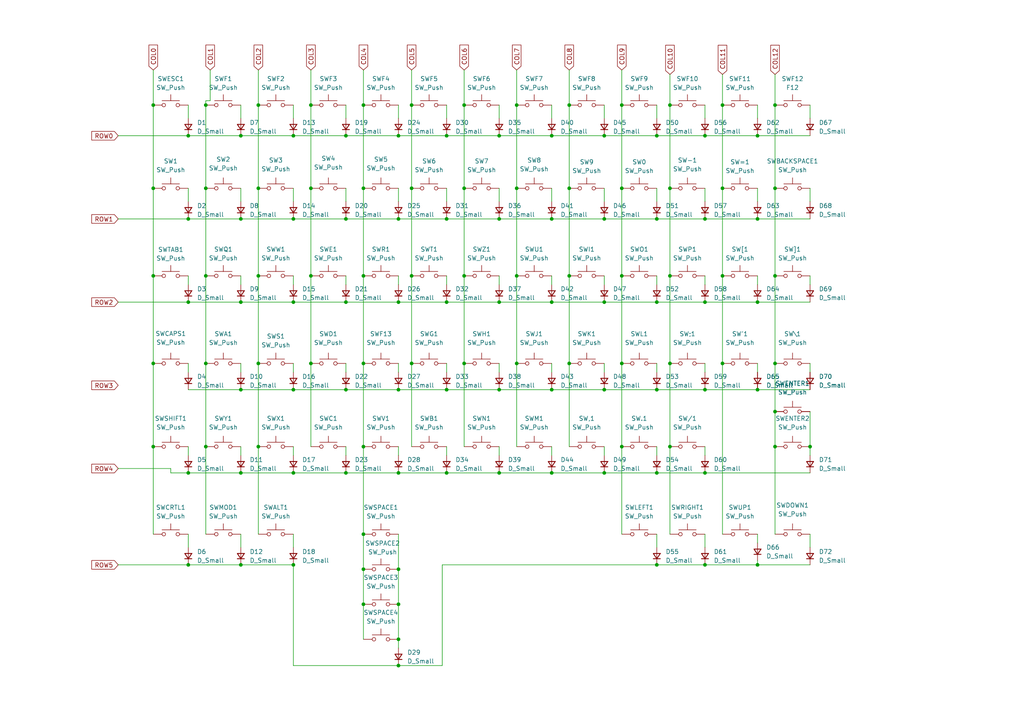
<source format=kicad_sch>
(kicad_sch (version 20211123) (generator eeschema)
  (paper "A4")
  (junction (at 165.1 30.48))
  (junction (at 175.26 87.63))
  (junction (at 100.33 137.16))
  (junction (at 105.41 105.41))
  (junction (at 224.79 54.61))
  (junction (at 54.61 39.37))
  (junction (at 204.47 113.03))
  (junction (at 85.09 113.03))
  (junction (at 59.69 129.54))
  (junction (at 74.93 80.01))
  (junction (at 165.1 105.41))
  (junction (at 129.54 63.5))
  (junction (at 85.09 87.63))
  (junction (at 105.41 165.1))
  (junction (at 44.45 105.41))
  (junction (at 204.47 137.16))
  (junction (at 85.09 63.5))
  (junction (at 175.26 113.03))
  (junction (at 115.57 63.5))
  (junction (at 224.79 80.01))
  (junction (at 100.33 113.03))
  (junction (at 69.85 113.03))
  (junction (at 105.41 54.61))
  (junction (at 194.31 80.01))
  (junction (at 204.47 39.37))
  (junction (at 59.69 80.01))
  (junction (at 74.93 30.48))
  (junction (at 175.26 137.16))
  (junction (at 144.78 63.5))
  (junction (at 180.34 30.48))
  (junction (at 44.45 54.61))
  (junction (at 69.85 87.63))
  (junction (at 59.69 30.48))
  (junction (at 209.55 54.61))
  (junction (at 100.33 63.5))
  (junction (at 69.85 163.83))
  (junction (at 209.55 80.01))
  (junction (at 74.93 105.41))
  (junction (at 175.26 63.5))
  (junction (at 190.5 63.5))
  (junction (at 144.78 39.37))
  (junction (at 194.31 129.54))
  (junction (at 85.09 137.16))
  (junction (at 204.47 163.83))
  (junction (at 194.31 30.48))
  (junction (at 149.86 30.48))
  (junction (at 129.54 39.37))
  (junction (at 160.02 39.37))
  (junction (at 115.57 113.03))
  (junction (at 219.71 63.5))
  (junction (at 160.02 87.63))
  (junction (at 190.5 163.83))
  (junction (at 134.62 54.61))
  (junction (at 234.95 129.54))
  (junction (at 134.62 80.01))
  (junction (at 105.41 154.94))
  (junction (at 219.71 87.63))
  (junction (at 115.57 39.37))
  (junction (at 90.17 80.01))
  (junction (at 54.61 63.5))
  (junction (at 59.69 54.61))
  (junction (at 224.79 30.48))
  (junction (at 100.33 39.37))
  (junction (at 85.09 39.37))
  (junction (at 160.02 63.5))
  (junction (at 69.85 137.16))
  (junction (at 59.69 105.41))
  (junction (at 119.38 80.01))
  (junction (at 115.57 87.63))
  (junction (at 224.79 119.38))
  (junction (at 44.45 30.48))
  (junction (at 219.71 163.83))
  (junction (at 90.17 105.41))
  (junction (at 100.33 87.63))
  (junction (at 204.47 87.63))
  (junction (at 69.85 63.5))
  (junction (at 219.71 39.37))
  (junction (at 149.86 105.41))
  (junction (at 160.02 113.03))
  (junction (at 224.79 129.54))
  (junction (at 194.31 54.61))
  (junction (at 90.17 54.61))
  (junction (at 54.61 87.63))
  (junction (at 190.5 87.63))
  (junction (at 180.34 105.41))
  (junction (at 134.62 30.48))
  (junction (at 54.61 163.83))
  (junction (at 209.55 30.48))
  (junction (at 165.1 54.61))
  (junction (at 115.57 175.26))
  (junction (at 194.31 105.41))
  (junction (at 180.34 54.61))
  (junction (at 180.34 80.01))
  (junction (at 90.17 30.48))
  (junction (at 129.54 113.03))
  (junction (at 165.1 80.01))
  (junction (at 105.41 175.26))
  (junction (at 149.86 54.61))
  (junction (at 44.45 129.54))
  (junction (at 105.41 80.01))
  (junction (at 74.93 54.61))
  (junction (at 105.41 129.54))
  (junction (at 190.5 113.03))
  (junction (at 224.79 105.41))
  (junction (at 105.41 30.48))
  (junction (at 209.55 105.41))
  (junction (at 144.78 87.63))
  (junction (at 190.5 39.37))
  (junction (at 115.57 185.42))
  (junction (at 204.47 63.5))
  (junction (at 74.93 129.54))
  (junction (at 119.38 54.61))
  (junction (at 219.71 113.03))
  (junction (at 144.78 137.16))
  (junction (at 129.54 87.63))
  (junction (at 180.34 129.54))
  (junction (at 115.57 137.16))
  (junction (at 134.62 105.41))
  (junction (at 44.45 80.01))
  (junction (at 160.02 137.16))
  (junction (at 119.38 105.41))
  (junction (at 149.86 80.01))
  (junction (at 115.57 165.1))
  (junction (at 175.26 39.37))
  (junction (at 129.54 137.16))
  (junction (at 69.85 39.37))
  (junction (at 115.57 193.04))
  (junction (at 119.38 30.48))
  (junction (at 54.61 137.16))
  (junction (at 85.09 163.83))
  (junction (at 190.5 137.16))
  (junction (at 144.78 113.03))
  (wire (pts (xy 219.71 39.37) (xy 234.95 39.37)))
  (wire (pts (xy 190.5 87.63) (xy 204.47 87.63)))
  (wire (pts (xy 54.61 154.94) (xy 54.61 158.75)))
  (wire (pts (xy 85.09 87.63) (xy 100.33 87.63)))
  (wire (pts (xy 190.5 54.61) (xy 190.5 58.42)))
  (wire (pts (xy 34.29 135.89) (xy 49.53 135.89)))
  (wire (pts (xy 194.31 105.41) (xy 194.31 129.54)))
  (wire (pts (xy 115.57 63.5) (xy 129.54 63.5)))
  (wire (pts (xy 219.71 113.03) (xy 234.95 113.03)))
  (wire (pts (xy 204.47 129.54) (xy 204.47 132.08)))
  (wire (pts (xy 105.41 20.32) (xy 105.41 30.48)))
  (wire (pts (xy 115.57 87.63) (xy 129.54 87.63)))
  (wire (pts (xy 204.47 137.16) (xy 234.95 137.16)))
  (wire (pts (xy 85.09 54.61) (xy 85.09 58.42)))
  (wire (pts (xy 165.1 80.01) (xy 165.1 105.41)))
  (wire (pts (xy 134.62 20.32) (xy 134.62 30.48)))
  (wire (pts (xy 209.55 54.61) (xy 209.55 80.01)))
  (wire (pts (xy 149.86 80.01) (xy 149.86 105.41)))
  (wire (pts (xy 180.34 129.54) (xy 180.34 154.94)))
  (wire (pts (xy 175.26 54.61) (xy 175.26 58.42)))
  (wire (pts (xy 105.41 175.26) (xy 105.41 185.42)))
  (wire (pts (xy 129.54 63.5) (xy 144.78 63.5)))
  (wire (pts (xy 234.95 129.54) (xy 234.95 132.08)))
  (wire (pts (xy 54.61 80.01) (xy 54.61 82.55)))
  (wire (pts (xy 204.47 54.61) (xy 204.47 58.42)))
  (wire (pts (xy 34.29 39.37) (xy 54.61 39.37)))
  (wire (pts (xy 119.38 80.01) (xy 119.38 105.41)))
  (wire (pts (xy 54.61 105.41) (xy 54.61 107.95)))
  (wire (pts (xy 190.5 163.83) (xy 128.27 163.83)))
  (wire (pts (xy 180.34 80.01) (xy 180.34 105.41)))
  (wire (pts (xy 119.38 105.41) (xy 119.38 129.54)))
  (wire (pts (xy 144.78 87.63) (xy 160.02 87.63)))
  (wire (pts (xy 100.33 105.41) (xy 100.33 107.95)))
  (wire (pts (xy 190.5 154.94) (xy 190.5 158.75)))
  (wire (pts (xy 59.69 80.01) (xy 59.69 105.41)))
  (wire (pts (xy 44.45 129.54) (xy 44.45 154.94)))
  (wire (pts (xy 180.34 30.48) (xy 180.34 54.61)))
  (wire (pts (xy 160.02 54.61) (xy 160.02 58.42)))
  (wire (pts (xy 204.47 63.5) (xy 219.71 63.5)))
  (wire (pts (xy 74.93 105.41) (xy 74.93 129.54)))
  (wire (pts (xy 69.85 105.41) (xy 69.85 107.95)))
  (wire (pts (xy 115.57 80.01) (xy 115.57 82.55)))
  (wire (pts (xy 224.79 129.54) (xy 224.79 154.94)))
  (wire (pts (xy 69.85 63.5) (xy 85.09 63.5)))
  (wire (pts (xy 175.26 129.54) (xy 175.26 132.08)))
  (wire (pts (xy 209.55 105.41) (xy 209.55 154.94)))
  (wire (pts (xy 54.61 129.54) (xy 54.61 132.08)))
  (wire (pts (xy 115.57 137.16) (xy 129.54 137.16)))
  (wire (pts (xy 165.1 20.32) (xy 165.1 30.48)))
  (wire (pts (xy 165.1 105.41) (xy 165.1 129.54)))
  (wire (pts (xy 234.95 30.48) (xy 234.95 34.29)))
  (wire (pts (xy 44.45 30.48) (xy 44.45 54.61)))
  (wire (pts (xy 190.5 163.83) (xy 204.47 163.83)))
  (wire (pts (xy 105.41 165.1) (xy 105.41 175.26)))
  (wire (pts (xy 144.78 113.03) (xy 160.02 113.03)))
  (wire (pts (xy 204.47 80.01) (xy 204.47 82.55)))
  (wire (pts (xy 105.41 30.48) (xy 105.41 54.61)))
  (wire (pts (xy 60.96 20.32) (xy 60.96 29.21)))
  (wire (pts (xy 100.33 30.48) (xy 100.33 34.29)))
  (wire (pts (xy 219.71 163.83) (xy 219.71 162.56)))
  (wire (pts (xy 175.26 63.5) (xy 190.5 63.5)))
  (wire (pts (xy 128.27 163.83) (xy 128.27 193.04)))
  (wire (pts (xy 100.33 113.03) (xy 115.57 113.03)))
  (wire (pts (xy 144.78 63.5) (xy 160.02 63.5)))
  (wire (pts (xy 100.33 39.37) (xy 115.57 39.37)))
  (wire (pts (xy 204.47 113.03) (xy 219.71 113.03)))
  (wire (pts (xy 85.09 113.03) (xy 100.33 113.03)))
  (wire (pts (xy 69.85 54.61) (xy 69.85 58.42)))
  (wire (pts (xy 85.09 129.54) (xy 85.09 132.08)))
  (wire (pts (xy 160.02 137.16) (xy 175.26 137.16)))
  (wire (pts (xy 149.86 20.32) (xy 149.86 30.48)))
  (wire (pts (xy 69.85 39.37) (xy 85.09 39.37)))
  (wire (pts (xy 119.38 54.61) (xy 119.38 80.01)))
  (wire (pts (xy 100.33 80.01) (xy 100.33 82.55)))
  (wire (pts (xy 74.93 20.32) (xy 74.93 30.48)))
  (wire (pts (xy 129.54 105.41) (xy 129.54 107.95)))
  (wire (pts (xy 90.17 20.32) (xy 90.17 30.48)))
  (wire (pts (xy 74.93 129.54) (xy 74.93 154.94)))
  (wire (pts (xy 175.26 113.03) (xy 190.5 113.03)))
  (wire (pts (xy 149.86 30.48) (xy 149.86 54.61)))
  (wire (pts (xy 49.53 135.89) (xy 49.53 137.16)))
  (wire (pts (xy 115.57 154.94) (xy 115.57 165.1)))
  (wire (pts (xy 224.79 119.38) (xy 224.79 129.54)))
  (wire (pts (xy 69.85 137.16) (xy 85.09 137.16)))
  (wire (pts (xy 219.71 87.63) (xy 234.95 87.63)))
  (wire (pts (xy 204.47 39.37) (xy 219.71 39.37)))
  (wire (pts (xy 209.55 30.48) (xy 209.55 54.61)))
  (wire (pts (xy 115.57 185.42) (xy 115.57 187.96)))
  (wire (pts (xy 180.34 54.61) (xy 180.34 80.01)))
  (wire (pts (xy 34.29 163.83) (xy 54.61 163.83)))
  (wire (pts (xy 115.57 193.04) (xy 85.09 193.04)))
  (wire (pts (xy 234.95 119.38) (xy 234.95 129.54)))
  (wire (pts (xy 160.02 39.37) (xy 175.26 39.37)))
  (wire (pts (xy 234.95 105.41) (xy 234.95 107.95)))
  (wire (pts (xy 85.09 193.04) (xy 85.09 163.83)))
  (wire (pts (xy 49.53 137.16) (xy 54.61 137.16)))
  (wire (pts (xy 160.02 113.03) (xy 175.26 113.03)))
  (wire (pts (xy 204.47 105.41) (xy 204.47 107.95)))
  (wire (pts (xy 144.78 80.01) (xy 144.78 82.55)))
  (wire (pts (xy 115.57 105.41) (xy 115.57 107.95)))
  (wire (pts (xy 105.41 80.01) (xy 105.41 105.41)))
  (wire (pts (xy 105.41 154.94) (xy 105.41 165.1)))
  (wire (pts (xy 129.54 87.63) (xy 144.78 87.63)))
  (wire (pts (xy 175.26 30.48) (xy 175.26 34.29)))
  (wire (pts (xy 190.5 30.48) (xy 190.5 34.29)))
  (wire (pts (xy 54.61 39.37) (xy 69.85 39.37)))
  (wire (pts (xy 74.93 80.01) (xy 74.93 105.41)))
  (wire (pts (xy 219.71 30.48) (xy 219.71 34.29)))
  (wire (pts (xy 204.47 154.94) (xy 204.47 158.75)))
  (wire (pts (xy 180.34 20.32) (xy 180.34 30.48)))
  (wire (pts (xy 90.17 80.01) (xy 90.17 105.41)))
  (wire (pts (xy 100.33 87.63) (xy 115.57 87.63)))
  (wire (pts (xy 224.79 105.41) (xy 224.79 119.38)))
  (wire (pts (xy 115.57 113.03) (xy 129.54 113.03)))
  (wire (pts (xy 100.33 129.54) (xy 100.33 132.08)))
  (wire (pts (xy 115.57 30.48) (xy 115.57 34.29)))
  (wire (pts (xy 34.29 63.5) (xy 54.61 63.5)))
  (wire (pts (xy 90.17 30.48) (xy 90.17 54.61)))
  (wire (pts (xy 129.54 39.37) (xy 144.78 39.37)))
  (wire (pts (xy 190.5 113.03) (xy 204.47 113.03)))
  (wire (pts (xy 54.61 63.5) (xy 69.85 63.5)))
  (wire (pts (xy 119.38 30.48) (xy 119.38 54.61)))
  (wire (pts (xy 165.1 54.61) (xy 165.1 80.01)))
  (wire (pts (xy 129.54 137.16) (xy 144.78 137.16)))
  (wire (pts (xy 134.62 54.61) (xy 134.62 80.01)))
  (wire (pts (xy 144.78 54.61) (xy 144.78 58.42)))
  (wire (pts (xy 69.85 113.03) (xy 85.09 113.03)))
  (wire (pts (xy 115.57 175.26) (xy 115.57 185.42)))
  (wire (pts (xy 85.09 39.37) (xy 100.33 39.37)))
  (wire (pts (xy 115.57 129.54) (xy 115.57 132.08)))
  (wire (pts (xy 115.57 165.1) (xy 115.57 175.26)))
  (wire (pts (xy 85.09 154.94) (xy 85.09 158.75)))
  (wire (pts (xy 60.96 29.21) (xy 59.69 29.21)))
  (wire (pts (xy 219.71 105.41) (xy 219.71 107.95)))
  (wire (pts (xy 128.27 193.04) (xy 115.57 193.04)))
  (wire (pts (xy 144.78 129.54) (xy 144.78 132.08)))
  (wire (pts (xy 134.62 105.41) (xy 134.62 129.54)))
  (wire (pts (xy 209.55 80.01) (xy 209.55 105.41)))
  (wire (pts (xy 44.45 105.41) (xy 44.45 129.54)))
  (wire (pts (xy 175.26 87.63) (xy 190.5 87.63)))
  (wire (pts (xy 129.54 129.54) (xy 129.54 132.08)))
  (wire (pts (xy 160.02 105.41) (xy 160.02 107.95)))
  (wire (pts (xy 69.85 87.63) (xy 85.09 87.63)))
  (wire (pts (xy 115.57 39.37) (xy 129.54 39.37)))
  (wire (pts (xy 54.61 54.61) (xy 54.61 58.42)))
  (wire (pts (xy 85.09 63.5) (xy 100.33 63.5)))
  (wire (pts (xy 175.26 80.01) (xy 175.26 82.55)))
  (wire (pts (xy 194.31 80.01) (xy 194.31 105.41)))
  (wire (pts (xy 129.54 113.03) (xy 144.78 113.03)))
  (wire (pts (xy 144.78 105.41) (xy 144.78 107.95)))
  (wire (pts (xy 105.41 105.41) (xy 105.41 129.54)))
  (wire (pts (xy 105.41 129.54) (xy 105.41 154.94)))
  (wire (pts (xy 69.85 154.94) (xy 69.85 158.75)))
  (wire (pts (xy 144.78 30.48) (xy 144.78 34.29)))
  (wire (pts (xy 129.54 30.48) (xy 129.54 34.29)))
  (wire (pts (xy 190.5 39.37) (xy 204.47 39.37)))
  (wire (pts (xy 160.02 87.63) (xy 175.26 87.63)))
  (wire (pts (xy 175.26 137.16) (xy 190.5 137.16)))
  (wire (pts (xy 74.93 54.61) (xy 74.93 80.01)))
  (wire (pts (xy 209.55 21.59) (xy 209.55 30.48)))
  (wire (pts (xy 100.33 63.4332) (xy 100.33 63.5)))
  (wire (pts (xy 234.95 154.94) (xy 234.95 158.75)))
  (wire (pts (xy 100.33 63.5) (xy 115.57 63.5)))
  (wire (pts (xy 74.93 30.48) (xy 74.93 54.61)))
  (wire (pts (xy 160.02 129.54) (xy 160.02 132.08)))
  (wire (pts (xy 69.85 129.54) (xy 69.85 132.08)))
  (wire (pts (xy 54.61 137.16) (xy 69.85 137.16)))
  (wire (pts (xy 190.5 63.5) (xy 204.47 63.5)))
  (wire (pts (xy 144.78 39.37) (xy 160.02 39.37)))
  (wire (pts (xy 204.47 163.83) (xy 219.71 163.83)))
  (wire (pts (xy 59.69 129.54) (xy 59.69 154.94)))
  (wire (pts (xy 54.61 87.63) (xy 69.85 87.63)))
  (wire (pts (xy 219.71 154.94) (xy 219.71 157.48)))
  (wire (pts (xy 149.86 105.41) (xy 149.86 129.54)))
  (wire (pts (xy 234.95 80.01) (xy 234.95 82.55)))
  (wire (pts (xy 100.33 54.61) (xy 100.33 58.42)))
  (wire (pts (xy 175.26 105.41) (xy 175.26 107.95)))
  (wire (pts (xy 44.45 80.01) (xy 44.45 105.41)))
  (wire (pts (xy 180.34 105.41) (xy 180.34 129.54)))
  (wire (pts (xy 100.33 137.16) (xy 115.57 137.16)))
  (wire (pts (xy 119.38 20.32) (xy 119.38 30.48)))
  (wire (pts (xy 160.02 80.01) (xy 160.02 82.55)))
  (wire (pts (xy 85.09 30.48) (xy 85.09 34.29)))
  (wire (pts (xy 190.5 129.54) (xy 190.5 132.08)))
  (wire (pts (xy 85.09 80.01) (xy 85.09 82.55)))
  (wire (pts (xy 194.31 21.59) (xy 194.31 30.48)))
  (wire (pts (xy 59.69 54.61) (xy 59.69 80.01)))
  (wire (pts (xy 59.69 105.41) (xy 59.69 129.54)))
  (wire (pts (xy 69.85 30.48) (xy 69.85 34.29)))
  (wire (pts (xy 54.61 163.83) (xy 69.85 163.83)))
  (wire (pts (xy 129.54 54.61) (xy 129.54 58.42)))
  (wire (pts (xy 194.31 30.48) (xy 194.31 54.61)))
  (wire (pts (xy 219.71 54.61) (xy 219.71 58.42)))
  (wire (pts (xy 69.85 80.01) (xy 69.85 82.55)))
  (wire (pts (xy 204.47 30.48) (xy 204.47 34.29)))
  (wire (pts (xy 224.79 21.59) (xy 224.79 30.48)))
  (wire (pts (xy 90.17 105.41) (xy 90.17 129.54)))
  (wire (pts (xy 190.5 80.01) (xy 190.5 82.55)))
  (wire (pts (xy 54.61 113.03) (xy 69.85 113.03)))
  (wire (pts (xy 165.1 30.48) (xy 165.1 54.61)))
  (wire (pts (xy 105.41 54.61) (xy 105.41 80.01)))
  (wire (pts (xy 85.09 137.16) (xy 100.33 137.16)))
  (wire (pts (xy 190.5 105.41) (xy 190.5 107.95)))
  (wire (pts (xy 190.5 137.16) (xy 204.47 137.16)))
  (wire (pts (xy 219.71 63.5) (xy 234.95 63.5)))
  (wire (pts (xy 234.95 54.61) (xy 234.95 58.42)))
  (wire (pts (xy 85.09 105.41) (xy 85.09 107.95)))
  (wire (pts (xy 129.54 80.01) (xy 129.54 82.55)))
  (wire (pts (xy 44.45 54.61) (xy 44.45 80.01)))
  (wire (pts (xy 204.47 87.63) (xy 219.71 87.63)))
  (wire (pts (xy 44.45 20.32) (xy 44.45 30.48)))
  (wire (pts (xy 234.95 163.83) (xy 219.71 163.83)))
  (wire (pts (xy 194.31 54.61) (xy 194.31 80.01)))
  (wire (pts (xy 34.29 87.63) (xy 54.61 87.63)))
  (wire (pts (xy 175.26 39.37) (xy 190.5 39.37)))
  (wire (pts (xy 54.61 30.48) (xy 54.61 34.29)))
  (wire (pts (xy 134.62 80.01) (xy 134.62 105.41)))
  (wire (pts (xy 90.17 54.61) (xy 90.17 80.01)))
  (wire (pts (xy 224.79 30.48) (xy 224.79 54.61)))
  (wire (pts (xy 219.71 80.01) (xy 219.71 82.55)))
  (wire (pts (xy 134.62 30.48) (xy 134.62 54.61)))
  (wire (pts (xy 149.86 54.61) (xy 149.86 80.01)))
  (wire (pts (xy 115.57 54.61) (xy 115.57 58.42)))
  (wire (pts (xy 224.79 54.61) (xy 224.79 80.01)))
  (wire (pts (xy 59.69 30.48) (xy 59.69 54.61)))
  (wire (pts (xy 160.02 63.5) (xy 175.26 63.5)))
  (wire (pts (xy 59.69 29.21) (xy 59.69 30.48)))
  (wire (pts (xy 144.78 137.16) (xy 160.02 137.16)))
  (wire (pts (xy 224.79 80.01) (xy 224.79 105.41)))
  (wire (pts (xy 160.02 30.48) (xy 160.02 34.29)))
  (wire (pts (xy 194.31 129.54) (xy 194.31 154.94)))
  (wire (pts (xy 69.85 163.83) (xy 85.09 163.83)))
  (global_label "COL8" (shape input) (at 165.1 20.32 90) (property "Referenzen zwischen Schaltplänen" "${INTERSHEET_REFS}" (effects hide)))
  (global_label "ROW0" (shape input) (at 34.29 39.37 180) (property "Referenzen zwischen Schaltplänen" "${INTERSHEET_REFS}" (effects hide)))
  (global_label "ROW1" (shape input) (at 34.29 63.5 180) (property "Referenzen zwischen Schaltplänen" "${INTERSHEET_REFS}" (effects hide)))
  (global_label "COL5" (shape input) (at 119.38 20.32 90) (property "Referenzen zwischen Schaltplänen" "${INTERSHEET_REFS}" (effects hide)))
  (global_label "COL12" (shape input) (at 224.79 21.59 90) (property "Referenzen zwischen Schaltplänen" "${INTERSHEET_REFS}" (effects hide)))
  (global_label "COL2" (shape input) (at 74.93 20.32 90) (property "Referenzen zwischen Schaltplänen" "${INTERSHEET_REFS}" (effects hide)))
  (global_label "COL4" (shape input) (at 105.41 20.32 90) (property "Referenzen zwischen Schaltplänen" "${INTERSHEET_REFS}" (effects hide)))
  (global_label "COL6" (shape input) (at 134.62 20.32 90) (property "Referenzen zwischen Schaltplänen" "${INTERSHEET_REFS}" (effects hide)))
  (global_label "COL10" (shape input) (at 194.31 21.59 90) (property "Referenzen zwischen Schaltplänen" "${INTERSHEET_REFS}" (effects hide)))
  (global_label "COL9" (shape input) (at 180.34 20.32 90) (property "Referenzen zwischen Schaltplänen" "${INTERSHEET_REFS}" (effects hide)))
  (global_label "ROW3" (shape input) (at 34.29 111.76 180) (property "Referenzen zwischen Schaltplänen" "${INTERSHEET_REFS}" (effects hide)))
  (global_label "ROW4" (shape input) (at 34.29 135.89 180) (property "Referenzen zwischen Schaltplänen" "${INTERSHEET_REFS}" (effects hide)))
  (global_label "COL11" (shape input) (at 209.55 21.59 90) (property "Referenzen zwischen Schaltplänen" "${INTERSHEET_REFS}" (effects hide)))
  (global_label "COL3" (shape input) (at 90.17 20.32 90) (property "Referenzen zwischen Schaltplänen" "${INTERSHEET_REFS}" (effects hide)))
  (global_label "COL7" (shape input) (at 149.86 20.32 90) (property "Referenzen zwischen Schaltplänen" "${INTERSHEET_REFS}" (effects hide)))
  (global_label "ROW2" (shape input) (at 34.29 87.63 180) (property "Referenzen zwischen Schaltplänen" "${INTERSHEET_REFS}" (effects hide)))
  (global_label "COL0" (shape input) (at 44.45 20.32 90) (property "Referenzen zwischen Schaltplänen" "${INTERSHEET_REFS}" (effects hide)))
  (global_label "COL1" (shape input) (at 60.96 20.32 90) (property "Referenzen zwischen Schaltplänen" "${INTERSHEET_REFS}" (effects hide)))
  (global_label "ROW5" (shape input) (at 34.29 163.83 180) (property "Referenzen zwischen Schaltplänen" "${INTERSHEET_REFS}" (effects hide)))
  (symbol (lib_id "Device:D_Small") (at 100.33 60.96 90) (unit 1)
    (property "Reference" "D20" (at 102.87 59.6899 90) (effects (justify right)))
    (property "Value" "D_Small" (at 102.87 62.2299 90) (effects (justify right)))
    (property "Footprint" "Diode_SMD:D_0603_1608Metric_Pad1.05x0.95mm_HandSolder" (effects hide))
  )
  (symbol (lib_id "Switch:SW_Push") (at 49.53 54.61 0) (unit 1)
    (property "Reference" "SW1" (at 49.53 46.736 0))
    (property "Value" "SW_Push" (at 49.53 49.276 0))
    (property "Footprint" "nokia:membrane_key" (effects hide))
  )
  (symbol (lib_id "Device:D_Small") (at 204.47 161.29 90) (unit 1)
    (property "Reference" "D61" (at 207.01 160.0199 90) (effects (justify right)))
    (property "Value" "D_Small" (at 207.01 162.5599 90) (effects (justify right)))
    (property "Footprint" "Diode_SMD:D_0603_1608Metric_Pad1.05x0.95mm_HandSolder" (effects hide))
  )
  (symbol (lib_id "Device:D_Small") (at 100.33 36.83 90) (unit 1)
    (property "Reference" "D19" (at 102.87 35.5599 90) (effects (justify right)))
    (property "Value" "D_Small" (at 102.87 38.0999 90) (effects (justify right)))
    (property "Footprint" "Diode_SMD:D_0603_1608Metric_Pad1.05x0.95mm_HandSolder" (effects hide))
  )
  (symbol (lib_id "Switch:SW_Push") (at 64.77 129.54 0) (unit 1)
    (property "Reference" "SWY1" (at 64.77 121.38 0))
    (property "Value" "SW_Push" (at 64.77 123.92 0))
    (property "Footprint" "nokia:membrane_key" (effects hide))
  )
  (symbol (lib_id "Device:D_Small") (at 190.5 36.83 90) (unit 1)
    (property "Reference" "D50" (at 193.04 35.5599 90) (effects (justify right)))
    (property "Value" "D_Small" (at 193.04 38.0999 90) (effects (justify right)))
    (property "Footprint" "Diode_SMD:D_0603_1608Metric_Pad1.05x0.95mm_HandSolder" (effects hide))
  )
  (symbol (lib_id "Switch:SW_Push") (at 229.87 54.61 0) (unit 1)
    (property "Reference" "SWBACKSPACE1" (at 229.87 46.736 0))
    (property "Value" "SW_Push" (at 229.87 49.276 0))
    (property "Footprint" "nokia:membrane_key" (effects hide))
  )
  (symbol (lib_id "Device:D_Small") (at 69.85 110.49 90) (unit 1)
    (property "Reference" "D10" (at 72.39 109.2199 90) (effects (justify right)))
    (property "Value" "D_Small" (at 72.39 111.7599 90) (effects (justify right)))
    (property "Footprint" "Diode_SMD:D_0603_1608Metric_Pad1.05x0.95mm_HandSolder" (effects hide))
  )
  (symbol (lib_id "Switch:SW_Push") (at 199.39 30.48 0) (unit 1)
    (property "Reference" "SWF10" (at 199.39 22.86 0))
    (property "Value" "SW_Push" (at 199.39 25.4 0))
    (property "Footprint" "nokia:membrane_key" (effects hide))
  )
  (symbol (lib_id "Switch:SW_Push") (at 110.49 54.61 0) (unit 1)
    (property "Reference" "SW5" (at 110.49 46.228 0))
    (property "Value" "SW_Push" (at 110.49 48.768 0))
    (property "Footprint" "nokia:membrane_key" (effects hide))
  )
  (symbol (lib_id "Switch:SW_Push") (at 80.01 30.48 0) (unit 1)
    (property "Reference" "SWF2" (at 80.01 22.86 0))
    (property "Value" "SW_Push" (at 80.01 25.4 0))
    (property "Footprint" "nokia:membrane_key" (effects hide))
  )
  (symbol (lib_id "Switch:SW_Push") (at 95.25 54.61 0) (unit 1)
    (property "Reference" "SW4" (at 95.25 45.974 0))
    (property "Value" "SW_Push" (at 95.25 48.514 0))
    (property "Footprint" "nokia:membrane_key" (effects hide))
  )
  (symbol (lib_id "Device:D_Small") (at 129.54 134.62 90) (unit 1)
    (property "Reference" "D34" (at 132.08 133.3499 90) (effects (justify right)))
    (property "Value" "D_Small" (at 132.08 135.8899 90) (effects (justify right)))
    (property "Footprint" "Diode_SMD:D_0603_1608Metric_Pad1.05x0.95mm_HandSolder" (effects hide))
  )
  (symbol (lib_id "Switch:SW_Push") (at 214.63 80.01 0) (unit 1)
    (property "Reference" "SW[1" (at 214.63 72.32 0))
    (property "Value" "SW_Push" (at 214.63 74.86 0))
    (property "Footprint" "nokia:membrane_key" (effects hide))
  )
  (symbol (lib_id "Switch:SW_Push") (at 49.53 154.94 0) (unit 1)
    (property "Reference" "SWCRTL1" (at 49.53 147.18 0))
    (property "Value" "SW_Push" (at 49.53 149.72 0))
    (property "Footprint" "nokia:membrane_key" (effects hide))
  )
  (symbol (lib_id "Switch:SW_Push") (at 229.87 105.41 0) (unit 1)
    (property "Reference" "SW\\1" (at 229.87 96.85 0))
    (property "Value" "SW_Push" (at 229.87 99.39 0))
    (property "Footprint" "nokia:membrane_key" (effects hide))
  )
  (symbol (lib_id "Switch:SW_Push") (at 95.25 105.41 0) (unit 1)
    (property "Reference" "SWD1" (at 95.25 96.85 0))
    (property "Value" "SW_Push" (at 95.25 99.39 0))
    (property "Footprint" "nokia:membrane_key" (effects hide))
  )
  (symbol (lib_id "Device:D_Small") (at 234.95 60.96 90) (unit 1)
    (property "Reference" "D68" (at 237.49 59.6899 90) (effects (justify right)))
    (property "Value" "D_Small" (at 237.49 62.2299 90) (effects (justify right)))
    (property "Footprint" "Diode_SMD:D_0603_1608Metric_Pad1.05x0.95mm_HandSolder" (effects hide))
  )
  (symbol (lib_id "Switch:SW_Push") (at 64.77 54.61 0) (unit 1)
    (property "Reference" "SW2" (at 64.77 46.228 0))
    (property "Value" "SW_Push" (at 64.77 48.768 0))
    (property "Footprint" "nokia:membrane_key" (effects hide))
  )
  (symbol (lib_id "Switch:SW_Push") (at 185.42 154.94 0) (unit 1)
    (property "Reference" "SWLEFT1" (at 185.42 147.18 0))
    (property "Value" "SW_Push" (at 185.42 149.72 0))
    (property "Footprint" "nokia:membrane_key" (effects hide))
  )
  (symbol (lib_id "Switch:SW_Push") (at 95.25 80.01 0) (unit 1)
    (property "Reference" "SWE1" (at 95.25 72.32 0))
    (property "Value" "SW_Push" (at 95.25 74.86 0))
    (property "Footprint" "nokia:membrane_key" (effects hide))
  )
  (symbol (lib_id "Device:D_Small") (at 160.02 134.62 90) (unit 1)
    (property "Reference" "D44" (at 162.56 133.3499 90) (effects (justify right)))
    (property "Value" "D_Small" (at 162.56 135.8899 90) (effects (justify right)))
    (property "Footprint" "Diode_SMD:D_0603_1608Metric_Pad1.05x0.95mm_HandSolder" (effects hide))
  )
  (symbol (lib_id "Device:D_Small") (at 219.71 60.96 90) (unit 1)
    (property "Reference" "D63" (at 222.25 59.6899 90) (effects (justify right)))
    (property "Value" "D_Small" (at 222.25 62.2299 90) (effects (justify right)))
    (property "Footprint" "Diode_SMD:D_0603_1608Metric_Pad1.05x0.95mm_HandSolder" (effects hide))
  )
  (symbol (lib_id "Switch:SW_Push") (at 199.39 154.94 0) (unit 1)
    (property "Reference" "SWRIGHT1" (at 199.39 147.18 0))
    (property "Value" "SW_Push" (at 199.39 149.72 0))
    (property "Footprint" "nokia:membrane_key" (effects hide))
  )
  (symbol (lib_id "Device:D_Small") (at 219.71 36.83 90) (unit 1)
    (property "Reference" "D62" (at 222.25 35.5599 90) (effects (justify right)))
    (property "Value" "D_Small" (at 222.25 38.0999 90) (effects (justify right)))
    (property "Footprint" "Diode_SMD:D_0603_1608Metric_Pad1.05x0.95mm_HandSolder" (effects hide))
  )
  (symbol (lib_id "Device:D_Small") (at 144.78 60.96 90) (unit 1)
    (property "Reference" "D36" (at 147.32 59.6899 90) (effects (justify right)))
    (property "Value" "D_Small" (at 147.32 62.2299 90) (effects (justify right)))
    (property "Footprint" "Diode_SMD:D_0603_1608Metric_Pad1.05x0.95mm_HandSolder" (effects hide))
  )
  (symbol (lib_id "Device:D_Small") (at 175.26 60.96 90) (unit 1)
    (property "Reference" "D46" (at 177.8 59.6899 90) (effects (justify right)))
    (property "Value" "D_Small" (at 177.8 62.2299 90) (effects (justify right)))
    (property "Footprint" "Diode_SMD:D_0603_1608Metric_Pad1.05x0.95mm_HandSolder" (effects hide))
  )
  (symbol (lib_id "Switch:SW_Push") (at 214.63 154.94 0) (unit 1)
    (property "Reference" "SWUP1" (at 214.63 147.18 0))
    (property "Value" "SW_Push" (at 214.63 149.72 0))
    (property "Footprint" "nokia:membrane_key" (effects hide))
  )
  (symbol (lib_id "Device:D_Small") (at 190.5 60.96 90) (unit 1)
    (property "Reference" "D51" (at 193.04 59.6899 90) (effects (justify right)))
    (property "Value" "D_Small" (at 193.04 62.2299 90) (effects (justify right)))
    (property "Footprint" "Diode_SMD:D_0603_1608Metric_Pad1.05x0.95mm_HandSolder" (effects hide))
  )
  (symbol (lib_id "Device:D_Small") (at 234.95 134.62 90) (unit 1)
    (property "Reference" "D71" (at 237.49 133.3499 90) (effects (justify right)))
    (property "Value" "D_Small" (at 237.49 135.8899 90) (effects (justify right)))
    (property "Footprint" "Diode_SMD:D_0603_1608Metric_Pad1.05x0.95mm_HandSolder" (effects hide))
  )
  (symbol (lib_id "Device:D_Small") (at 54.61 134.62 90) (unit 1)
    (property "Reference" "D5" (at 57.15 133.3499 90) (effects (justify right)))
    (property "Value" "D_Small" (at 57.15 135.8899 90) (effects (justify right)))
    (property "Footprint" "Diode_SMD:D_0603_1608Metric_Pad1.05x0.95mm_HandSolder" (effects hide))
  )
  (symbol (lib_id "Switch:SW_Push") (at 110.49 30.48 0) (unit 1)
    (property "Reference" "SWF4" (at 110.49 22.86 0))
    (property "Value" "SW_Push" (at 110.49 25.4 0))
    (property "Footprint" "nokia:membrane_key" (effects hide))
  )
  (symbol (lib_id "Device:D_Small") (at 144.78 85.09 90) (unit 1)
    (property "Reference" "D37" (at 147.32 83.8199 90) (effects (justify right)))
    (property "Value" "D_Small" (at 147.32 86.3599 90) (effects (justify right)))
    (property "Footprint" "Diode_SMD:D_0603_1608Metric_Pad1.05x0.95mm_HandSolder" (effects hide))
  )
  (symbol (lib_id "Switch:SW_Push") (at 199.39 105.41 0) (unit 1)
    (property "Reference" "SW;1" (at 199.39 96.85 0))
    (property "Value" "SW_Push" (at 199.39 99.39 0))
    (property "Footprint" "nokia:membrane_key" (effects hide))
  )
  (symbol (lib_id "Switch:SW_Push") (at 110.49 175.26 0) (unit 1)
    (property "Reference" "SWSPACE3" (at 110.49 167.5 0))
    (property "Value" "SW_Push" (at 110.49 170.04 0))
    (property "Footprint" "nokia:membrane_key" (effects hide))
  )
  (symbol (lib_id "Switch:SW_Push") (at 154.94 30.48 0) (unit 1)
    (property "Reference" "SWF7" (at 154.94 22.86 0))
    (property "Value" "SW_Push" (at 154.94 25.4 0))
    (property "Footprint" "nokia:membrane_key" (effects hide))
  )
  (symbol (lib_id "Switch:SW_Push") (at 170.18 129.54 0) (unit 1)
    (property "Reference" "SW,1" (at 170.18 121.38 0))
    (property "Value" "SW_Push" (at 170.18 123.92 0))
    (property "Footprint" "nokia:membrane_key" (effects hide))
  )
  (symbol (lib_id "Device:D_Small") (at 115.57 60.96 90) (unit 1)
    (property "Reference" "D25" (at 118.11 59.6899 90) (effects (justify right)))
    (property "Value" "D_Small" (at 118.11 62.2299 90) (effects (justify right)))
    (property "Footprint" "Diode_SMD:D_0603_1608Metric_Pad1.05x0.95mm_HandSolder" (effects hide))
  )
  (symbol (lib_id "Switch:SW_Push") (at 199.39 54.61 0) (unit 1)
    (property "Reference" "SW-1" (at 199.39 46.482 0))
    (property "Value" "SW_Push" (at 199.39 49.022 0))
    (property "Footprint" "nokia:membrane_key" (effects hide))
  )
  (symbol (lib_id "Device:D_Small") (at 100.33 85.09 90) (unit 1)
    (property "Reference" "D21" (at 102.87 83.8199 90) (effects (justify right)))
    (property "Value" "D_Small" (at 102.87 86.3599 90) (effects (justify right)))
    (property "Footprint" "Diode_SMD:D_0603_1608Metric_Pad1.05x0.95mm_HandSolder" (effects hide))
  )
  (symbol (lib_id "Switch:SW_Push") (at 49.53 30.48 0) (unit 1)
    (property "Reference" "SWESC1" (at 49.53 22.86 0))
    (property "Value" "SW_Push" (at 49.53 25.4 0))
    (property "Footprint" "nokia:membrane_key" (effects hide))
  )
  (symbol (lib_id "Device:D_Small") (at 160.02 60.96 90) (unit 1)
    (property "Reference" "D41" (at 162.56 59.6899 90) (effects (justify right)))
    (property "Value" "D_Small" (at 162.56 62.2299 90) (effects (justify right)))
    (property "Footprint" "Diode_SMD:D_0603_1608Metric_Pad1.05x0.95mm_HandSolder" (effects hide))
  )
  (symbol (lib_id "Switch:SW_Push") (at 229.87 30.48 0) (unit 1)
    (property "Reference" "SWF12" (at 229.87 22.86 0))
    (property "Value" "F12" (at 229.87 25.4 0))
    (property "Footprint" "nokia:membrane_key" (effects hide))
  )
  (symbol (lib_id "Switch:SW_Push") (at 80.01 154.94 0) (unit 1)
    (property "Reference" "SWALT1" (at 80.01 147.18 0))
    (property "Value" "SW_Push" (at 80.01 149.72 0))
    (property "Footprint" "nokia:membrane_key" (effects hide))
  )
  (symbol (lib_id "Device:D_Small") (at 69.85 134.62 90) (unit 1)
    (property "Reference" "D11" (at 72.39 133.3499 90) (effects (justify right)))
    (property "Value" "D_Small" (at 72.39 135.8899 90) (effects (justify right)))
    (property "Footprint" "Diode_SMD:D_0603_1608Metric_Pad1.05x0.95mm_HandSolder" (effects hide))
  )
  (symbol (lib_id "Switch:SW_Push") (at 199.39 129.54 0) (unit 1)
    (property "Reference" "SW/1" (at 199.39 121.38 0))
    (property "Value" "SW_Push" (at 199.39 123.92 0))
    (property "Footprint" "nokia:membrane_key" (effects hide))
  )
  (symbol (lib_id "Device:D_Small") (at 85.09 161.29 90) (unit 1)
    (property "Reference" "D18" (at 87.63 160.0199 90) (effects (justify right)))
    (property "Value" "D_Small" (at 87.63 162.5599 90) (effects (justify right)))
    (property "Footprint" "Diode_SMD:D_0603_1608Metric_Pad1.05x0.95mm_HandSolder" (effects hide))
  )
  (symbol (lib_id "Switch:SW_Push") (at 124.46 80.01 0) (unit 1)
    (property "Reference" "SWT1" (at 124.46 72.32 0))
    (property "Value" "SW_Push" (at 124.46 74.86 0))
    (property "Footprint" "nokia:membrane_key" (effects hide))
  )
  (symbol (lib_id "Device:D_Small") (at 85.09 134.62 90) (unit 1)
    (property "Reference" "D17" (at 87.63 133.3499 90) (effects (justify right)))
    (property "Value" "D_Small" (at 87.63 135.8899 90) (effects (justify right)))
    (property "Footprint" "Diode_SMD:D_0603_1608Metric_Pad1.05x0.95mm_HandSolder" (effects hide))
  )
  (symbol (lib_id "Device:D_Small") (at 100.33 134.62 90) (unit 1)
    (property "Reference" "D23" (at 102.87 133.3499 90) (effects (justify right)))
    (property "Value" "D_Small" (at 102.87 135.8899 90) (effects (justify right)))
    (property "Footprint" "Diode_SMD:D_0603_1608Metric_Pad1.05x0.95mm_HandSolder" (effects hide))
  )
  (symbol (lib_id "Device:D_Small") (at 204.47 134.62 90) (unit 1)
    (property "Reference" "D60" (at 207.01 133.3499 90) (effects (justify right)))
    (property "Value" "D_Small" (at 207.01 135.8899 90) (effects (justify right)))
    (property "Footprint" "Diode_SMD:D_0603_1608Metric_Pad1.05x0.95mm_HandSolder" (effects hide))
  )
  (symbol (lib_id "Device:D_Small") (at 85.09 85.09 90) (unit 1)
    (property "Reference" "D15" (at 87.63 83.8199 90) (effects (justify right)))
    (property "Value" "D_Small" (at 87.63 86.3599 90) (effects (justify right)))
    (property "Footprint" "Diode_SMD:D_0603_1608Metric_Pad1.05x0.95mm_HandSolder" (effects hide))
  )
  (symbol (lib_id "Device:D_Small") (at 204.47 60.96 90) (unit 1)
    (property "Reference" "D57" (at 207.01 59.6899 90) (effects (justify right)))
    (property "Value" "D_Small" (at 207.01 62.2299 90) (effects (justify right)))
    (property "Footprint" "Diode_SMD:D_0603_1608Metric_Pad1.05x0.95mm_HandSolder" (effects hide))
  )
  (symbol (lib_id "Switch:SW_Push") (at 110.49 185.42 0) (unit 1)
    (property "Reference" "SWSPACE4" (at 110.49 177.66 0))
    (property "Value" "SW_Push" (at 110.49 180.2 0))
    (property "Footprint" "nokia:membrane_key" (effects hide))
  )
  (symbol (lib_id "Switch:SW_Push") (at 229.87 80.01 0) (unit 1)
    (property "Reference" "SW]1" (at 229.87 72.32 0))
    (property "Value" "SW_Push" (at 229.87 74.86 0))
    (property "Footprint" "nokia:membrane_key" (effects hide))
  )
  (symbol (lib_id "Device:D_Small") (at 69.85 161.29 90) (unit 1)
    (property "Reference" "D12" (at 72.39 160.0199 90) (effects (justify right)))
    (property "Value" "D_Small" (at 72.39 162.5599 90) (effects (justify right)))
    (property "Footprint" "Diode_SMD:D_0603_1608Metric_Pad1.05x0.95mm_HandSolder" (effects hide))
  )
  (symbol (lib_id "Switch:SW_Push") (at 110.49 105.41 0) (unit 1)
    (property "Reference" "SWF13" (at 110.49 96.85 0))
    (property "Value" "SW_Push" (at 110.49 99.39 0))
    (property "Footprint" "nokia:membrane_key" (effects hide))
  )
  (symbol (lib_id "Device:D_Small") (at 204.47 36.83 90) (unit 1)
    (property "Reference" "D56" (at 207.01 35.5599 90) (effects (justify right)))
    (property "Value" "D_Small" (at 207.01 38.0999 90) (effects (justify right)))
    (property "Footprint" "Diode_SMD:D_0603_1608Metric_Pad1.05x0.95mm_HandSolder" (effects hide))
  )
  (symbol (lib_id "Switch:SW_Push") (at 49.53 80.01 0) (unit 1)
    (property "Reference" "SWTAB1" (at 49.53 72.39 0))
    (property "Value" "SW_Push" (at 49.53 74.93 0))
    (property "Footprint" "nokia:membrane_key" (effects hide))
  )
  (symbol (lib_id "Switch:SW_Push") (at 170.18 30.48 0) (unit 1)
    (property "Reference" "SWF8" (at 170.18 22.86 0))
    (property "Value" "SW_Push" (at 170.18 25.4 0))
    (property "Footprint" "nokia:membrane_key" (effects hide))
  )
  (symbol (lib_id "Device:D_Small") (at 219.71 110.49 90) (unit 1)
    (property "Reference" "D65" (at 222.25 109.2199 90) (effects (justify right)))
    (property "Value" "D_Small" (at 222.25 111.7599 90) (effects (justify right)))
    (property "Footprint" "Diode_SMD:D_0603_1608Metric_Pad1.05x0.95mm_HandSolder" (effects hide))
  )
  (symbol (lib_id "Device:D_Small") (at 204.47 110.49 90) (unit 1)
    (property "Reference" "D59" (at 207.01 109.2199 90) (effects (justify right)))
    (property "Value" "D_Small" (at 207.01 111.7599 90) (effects (justify right)))
    (property "Footprint" "Diode_SMD:D_0603_1608Metric_Pad1.05x0.95mm_HandSolder" (effects hide))
  )
  (symbol (lib_id "Switch:SW_Push") (at 95.25 30.48 0) (unit 1)
    (property "Reference" "SWF3" (at 95.25 22.86 0))
    (property "Value" "SW_Push" (at 95.25 25.4 0))
    (property "Footprint" "nokia:membrane_key" (effects hide))
  )
  (symbol (lib_id "Switch:SW_Push") (at 80.01 129.54 0) (unit 1)
    (property "Reference" "SWX1" (at 80.01 121.38 0))
    (property "Value" "SW_Push" (at 80.01 123.92 0))
    (property "Footprint" "nokia:membrane_key" (effects hide))
  )
  (symbol (lib_id "Device:D_Small") (at 175.26 134.62 90) (unit 1)
    (property "Reference" "D49" (at 177.8 133.3499 90) (effects (justify right)))
    (property "Value" "D_Small" (at 177.8 135.8899 90) (effects (justify right)))
    (property "Footprint" "Diode_SMD:D_0603_1608Metric_Pad1.05x0.95mm_HandSolder" (effects hide))
  )
  (symbol (lib_id "Device:D_Small") (at 144.78 134.62 90) (unit 1)
    (property "Reference" "D39" (at 147.32 133.3499 90) (effects (justify right)))
    (property "Value" "D_Small" (at 147.32 135.8899 90) (effects (justify right)))
    (property "Footprint" "Diode_SMD:D_0603_1608Metric_Pad1.05x0.95mm_HandSolder" (effects hide))
  )
  (symbol (lib_id "Switch:SW_Push") (at 110.49 129.54 0) (unit 1)
    (property "Reference" "SWV1" (at 110.49 121.38 0))
    (property "Value" "SW_Push" (at 110.49 123.92 0))
    (property "Footprint" "nokia:membrane_key" (effects hide))
  )
  (symbol (lib_id "Device:D_Small") (at 190.5 134.62 90) (unit 1)
    (property "Reference" "D54" (at 193.04 133.3499 90) (effects (justify right)))
    (property "Value" "D_Small" (at 193.04 135.8899 90) (effects (justify right)))
    (property "Footprint" "Diode_SMD:D_0603_1608Metric_Pad1.05x0.95mm_HandSolder" (effects hide))
  )
  (symbol (lib_id "Switch:SW_Push") (at 110.49 154.94 0) (unit 1)
    (property "Reference" "SWSPACE1" (at 110.49 147.18 0))
    (property "Value" "SW_Push" (at 110.49 149.72 0))
    (property "Footprint" "nokia:membrane_key" (effects hide))
  )
  (symbol (lib_id "Device:D_Small") (at 175.26 85.09 90) (unit 1)
    (property "Reference" "D47" (at 177.8 83.8199 90) (effects (justify right)))
    (property "Value" "D_Small" (at 177.8 86.3599 90) (effects (justify right)))
    (property "Footprint" "Diode_SMD:D_0603_1608Metric_Pad1.05x0.95mm_HandSolder" (effects hide))
  )
  (symbol (lib_id "Switch:SW_Push") (at 185.42 54.61 0) (unit 1)
    (property "Reference" "SW0" (at 185.42 46.99 0))
    (property "Value" "SW_Push" (at 185.42 49.53 0))
    (property "Footprint" "nokia:membrane_key" (effects hide))
  )
  (symbol (lib_id "Switch:SW_Push") (at 214.63 30.48 0) (unit 1)
    (property "Reference" "SWF11" (at 214.63 22.86 0))
    (property "Value" "SW_Push" (at 214.63 25.4 0))
    (property "Footprint" "nokia:membrane_key" (effects hide))
  )
  (symbol (lib_id "Switch:SW_Push") (at 49.53 105.41 0) (unit 1)
    (property "Reference" "SWCAPS1" (at 49.53 96.774 0))
    (property "Value" "SW_Push" (at 49.53 99.314 0))
    (property "Footprint" "nokia:membrane_key" (effects hide))
  )
  (symbol (lib_id "Device:D_Small") (at 160.02 36.83 90) (unit 1)
    (property "Reference" "D40" (at 162.56 35.5599 90) (effects (justify right)))
    (property "Value" "D_Small" (at 162.56 38.0999 90) (effects (justify right)))
    (property "Footprint" "Diode_SMD:D_0603_1608Metric_Pad1.05x0.95mm_HandSolder" (effects hide))
  )
  (symbol (lib_id "Device:D_Small") (at 115.57 190.5 90) (unit 1)
    (property "Reference" "D29" (at 118.11 189.2299 90) (effects (justify right)))
    (property "Value" "D_Small" (at 118.11 191.7699 90) (effects (justify right)))
    (property "Footprint" "Diode_SMD:D_0603_1608Metric_Pad1.05x0.95mm_HandSolder" (effects hide))
  )
  (symbol (lib_id "Device:D_Small") (at 234.95 36.83 90) (unit 1)
    (property "Reference" "D67" (at 237.49 35.5599 90) (effects (justify right)))
    (property "Value" "D_Small" (at 237.49 38.0999 90) (effects (justify right)))
    (property "Footprint" "Diode_SMD:D_0603_1608Metric_Pad1.05x0.95mm_HandSolder" (effects hide))
  )
  (symbol (lib_id "Device:D_Small") (at 54.61 85.09 90) (unit 1)
    (property "Reference" "D3" (at 57.15 83.8199 90) (effects (justify right)))
    (property "Value" "D_Small" (at 57.15 86.3599 90) (effects (justify right)))
    (property "Footprint" "Diode_SMD:D_0603_1608Metric_Pad1.05x0.95mm_HandSolder" (effects hide))
  )
  (symbol (lib_id "Device:D_Small") (at 219.71 85.09 90) (unit 1)
    (property "Reference" "D64" (at 222.25 83.8199 90) (effects (justify right)))
    (property "Value" "D_Small" (at 222.25 86.3599 90) (effects (justify right)))
    (property "Footprint" "Diode_SMD:D_0603_1608Metric_Pad1.05x0.95mm_HandSolder" (effects hide))
  )
  (symbol (lib_id "Device:D_Small") (at 100.33 110.49 90) (unit 1)
    (property "Reference" "D22" (at 102.87 109.2199 90) (effects (justify right)))
    (property "Value" "D_Small" (at 102.87 111.7599 90) (effects (justify right)))
    (property "Footprint" "Diode_SMD:D_0603_1608Metric_Pad1.05x0.95mm_HandSolder" (effects hide))
  )
  (symbol (lib_id "Device:D_Small") (at 54.61 60.96 90) (unit 1)
    (property "Reference" "D2" (at 57.15 59.6899 90) (effects (justify right)))
    (property "Value" "D_Small" (at 57.15 62.2299 90) (effects (justify right)))
    (property "Footprint" "Diode_SMD:D_0603_1608Metric_Pad1.05x0.95mm_HandSolder" (effects hide))
  )
  (symbol (lib_id "Device:D_Small") (at 129.54 85.09 90) (unit 1)
    (property "Reference" "D32" (at 132.08 83.8199 90) (effects (justify right)))
    (property "Value" "D_Small" (at 132.08 86.3599 90) (effects (justify right)))
    (property "Footprint" "Diode_SMD:D_0603_1608Metric_Pad1.05x0.95mm_HandSolder" (effects hide))
  )
  (symbol (lib_id "Switch:SW_Push") (at 154.94 129.54 0) (unit 1)
    (property "Reference" "SWM1" (at 154.94 121.38 0))
    (property "Value" "SW_Push" (at 154.94 123.92 0))
    (property "Footprint" "nokia:membrane_key" (effects hide))
  )
  (symbol (lib_id "Switch:SW_Push") (at 139.7 105.41 0) (unit 1)
    (property "Reference" "SWH1" (at 139.7 96.85 0))
    (property "Value" "SW_Push" (at 139.7 99.39 0))
    (property "Footprint" "nokia:membrane_key" (effects hide))
  )
  (symbol (lib_id "Switch:SW_Push") (at 64.77 105.41 0) (unit 1)
    (property "Reference" "SWA1" (at 64.77 96.85 0))
    (property "Value" "SW_Push" (at 64.77 99.39 0))
    (property "Footprint" "nokia:membrane_key" (effects hide))
  )
  (symbol (lib_id "Switch:SW_Push") (at 124.46 54.61 0) (unit 1)
    (property "Reference" "SW6" (at 124.46 46.736 0))
    (property "Value" "SW_Push" (at 124.46 49.276 0))
    (property "Footprint" "nokia:membrane_key" (effects hide))
  )
  (symbol (lib_id "Switch:SW_Push") (at 139.7 80.01 0) (unit 1)
    (property "Reference" "SWZ1" (at 139.7 72.32 0))
    (property "Value" "SW_Push" (at 139.7 74.86 0))
    (property "Footprint" "nokia:membrane_key" (effects hide))
  )
  (symbol (lib_id "Device:D_Small") (at 54.61 36.83 90) (unit 1)
    (property "Reference" "D1" (at 57.15 35.5599 90) (effects (justify right)))
    (property "Value" "D_Small" (at 57.15 38.0999 90) (effects (justify right)))
    (property "Footprint" "Diode_SMD:D_0603_1608Metric_Pad1.05x0.95mm_HandSolder" (effects hide))
  )
  (symbol (lib_id "Switch:SW_Push") (at 80.01 54.61 0) (unit 1)
    (property "Reference" "SW3" (at 80.01 46.482 0))
    (property "Value" "SW_Push" (at 80.01 49.022 0))
    (property "Footprint" "nokia:membrane_key" (effects hide))
  )
  (symbol (lib_id "Device:D_Small") (at 234.95 161.29 90) (unit 1)
    (property "Reference" "D72" (at 237.49 160.0199 90) (effects (justify right)))
    (property "Value" "D_Small" (at 237.49 162.5599 90) (effects (justify right)))
    (property "Footprint" "Diode_SMD:D_0603_1608Metric_Pad1.05x0.95mm_HandSolder" (effects hide))
  )
  (symbol (lib_id "Device:D_Small") (at 234.95 110.49 90) (unit 1)
    (property "Reference" "D70" (at 237.49 109.2199 90) (effects (justify right)))
    (property "Value" "D_Small" (at 237.49 111.7599 90) (effects (justify right)))
    (property "Footprint" "Diode_SMD:D_0603_1608Metric_Pad1.05x0.95mm_HandSolder" (effects hide))
  )
  (symbol (lib_id "Switch:SW_Push") (at 64.77 154.94 0) (unit 1)
    (property "Reference" "SWMOD1" (at 64.77 147.18 0))
    (property "Value" "SW_Push" (at 64.77 149.72 0))
    (property "Footprint" "nokia:membrane_key" (effects hide))
  )
  (symbol (lib_id "Device:D_Small") (at 85.09 36.83 90) (unit 1)
    (property "Reference" "D13" (at 87.63 35.5599 90) (effects (justify right)))
    (property "Value" "D_Small" (at 87.63 38.0999 90) (effects (justify right)))
    (property "Footprint" "Diode_SMD:D_0603_1608Metric_Pad1.05x0.95mm_HandSolder" (effects hide))
  )
  (symbol (lib_id "Device:D_Small") (at 115.57 110.49 90) (unit 1)
    (property "Reference" "D27" (at 118.11 109.2199 90) (effects (justify right)))
    (property "Value" "D_Small" (at 118.11 111.7599 90) (effects (justify right)))
    (property "Footprint" "Diode_SMD:D_0603_1608Metric_Pad1.05x0.95mm_HandSolder" (effects hide))
  )
  (symbol (lib_id "Switch:SW_Push") (at 80.01 105.41 0) (unit 1)
    (property "Reference" "SWS1" (at 80.01 97.536 0))
    (property "Value" "SW_Push" (at 80.01 100.076 0))
    (property "Footprint" "nokia:membrane_key" (effects hide))
  )
  (symbol (lib_id "Device:D_Small") (at 54.61 161.29 90) (unit 1)
    (property "Reference" "D6" (at 57.15 160.0199 90) (effects (justify right)))
    (property "Value" "D_Small" (at 57.15 162.5599 90) (effects (justify right)))
    (property "Footprint" "Diode_SMD:D_0603_1608Metric_Pad1.05x0.95mm_HandSolder" (effects hide))
  )
  (symbol (lib_id "Switch:SW_Push") (at 124.46 105.41 0) (unit 1)
    (property "Reference" "SWG1" (at 124.46 96.85 0))
    (property "Value" "SW_Push" (at 124.46 99.39 0))
    (property "Footprint" "nokia:membrane_key" (effects hide))
  )
  (symbol (lib_id "Device:D_Small") (at 129.54 110.49 90) (unit 1)
    (property "Reference" "D33" (at 132.08 109.2199 90) (effects (justify right)))
    (property "Value" "D_Small" (at 132.08 111.7599 90) (effects (justify right)))
    (property "Footprint" "Diode_SMD:D_0603_1608Metric_Pad1.05x0.95mm_HandSolder" (effects hide))
  )
  (symbol (lib_id "Switch:SW_Push") (at 185.42 129.54 0) (unit 1)
    (property "Reference" "SW.1" (at 185.42 121.38 0))
    (property "Value" "SW_Push" (at 185.42 123.92 0))
    (property "Footprint" "nokia:membrane_key" (effects hide))
  )
  (symbol (lib_id "Switch:SW_Push") (at 124.46 30.48 0) (unit 1)
    (property "Reference" "SWF5" (at 124.46 22.86 0))
    (property "Value" "SW_Push" (at 124.46 25.4 0))
    (property "Footprint" "nokia:membrane_key" (effects hide))
  )
  (symbol (lib_id "Switch:SW_Push") (at 214.63 54.61 0) (unit 1)
    (property "Reference" "SW=1" (at 214.63 46.99 0))
    (property "Value" "SW_Push" (at 214.63 49.53 0))
    (property "Footprint" "nokia:membrane_key" (effects hide))
  )
  (symbol (lib_id "Switch:SW_Push") (at 124.46 129.54 0) (unit 1)
    (property "Reference" "SWB1" (at 124.46 121.38 0))
    (property "Value" "SW_Push" (at 124.46 123.92 0))
    (property "Footprint" "nokia:membrane_key" (effects hide))
  )
  (symbol (lib_id "Device:D_Small") (at 115.57 85.09 90) (unit 1)
    (property "Reference" "D26" (at 118.11 83.8199 90) (effects (justify right)))
    (property "Value" "D_Small" (at 118.11 86.3599 90) (effects (justify right)))
    (property "Footprint" "Diode_SMD:D_0603_1608Metric_Pad1.05x0.95mm_HandSolder" (effects hide))
  )
  (symbol (lib_id "Switch:SW_Push") (at 199.39 80.01 0) (unit 1)
    (property "Reference" "SWP1" (at 199.39 72.32 0))
    (property "Value" "SW_Push" (at 199.39 74.86 0))
    (property "Footprint" "nokia:membrane_key" (effects hide))
  )
  (symbol (lib_id "Device:D_Small") (at 144.78 36.83 90) (unit 1)
    (property "Reference" "D35" (at 147.32 35.5599 90) (effects (justify right)))
    (property "Value" "D_Small" (at 147.32 38.0999 90) (effects (justify right)))
    (property "Footprint" "Diode_SMD:D_0603_1608Metric_Pad1.05x0.95mm_HandSolder" (effects hide))
  )
  (symbol (lib_id "Switch:SW_Push") (at 95.25 129.54 0) (unit 1)
    (property "Reference" "SWC1" (at 95.25 121.38 0))
    (property "Value" "SW_Push" (at 95.25 123.92 0))
    (property "Footprint" "nokia:membrane_key" (effects hide))
  )
  (symbol (lib_id "Switch:SW_Push") (at 170.18 80.01 0) (unit 1)
    (property "Reference" "SWI1" (at 170.18 72.32 0))
    (property "Value" "SW_Push" (at 170.18 74.86 0))
    (property "Footprint" "nokia:membrane_key" (effects hide))
  )
  (symbol (lib_id "Device:D_Small") (at 219.71 160.02 90) (unit 1)
    (property "Reference" "D66" (at 222.25 158.7499 90) (effects (justify right)))
    (property "Value" "D_Small" (at 222.25 161.2899 90) (effects (justify right)))
    (property "Footprint" "Diode_SMD:D_0603_1608Metric_Pad1.05x0.95mm_HandSolder" (effects hide))
  )
  (symbol (lib_id "Switch:SW_Push") (at 110.49 165.1 0) (unit 1)
    (property "Reference" "SWSPACE2" (at 110.98 157.58 0))
    (property "Value" "SW_Push" (at 110.98 160.12 0))
    (property "Footprint" "nokia:membrane_key" (effects hide))
  )
  (symbol (lib_id "Switch:SW_Push") (at 229.87 119.38 0) (unit 1)
    (property "Reference" "SWENTER1" (at 229.87 111.22 0))
    (property "Value" "SW_Push" (at 229.87 113.76 0))
    (property "Footprint" "nokia:membrane_key" (effects hide))
  )
  (symbol (lib_id "Device:D_Small") (at 69.85 85.09 90) (unit 1)
    (property "Reference" "D9" (at 72.39 83.8199 90) (effects (justify right)))
    (property "Value" "D_Small" (at 72.39 86.3599 90) (effects (justify right)))
    (property "Footprint" "Diode_SMD:D_0603_1608Metric_Pad1.05x0.95mm_HandSolder" (effects hide))
  )
  (symbol (lib_id "Device:D_Small") (at 190.5 85.09 90) (unit 1)
    (property "Reference" "D52" (at 193.04 83.8199 90) (effects (justify right)))
    (property "Value" "D_Small" (at 193.04 86.3599 90) (effects (justify right)))
    (property "Footprint" "Diode_SMD:D_0603_1608Metric_Pad1.05x0.95mm_HandSolder" (effects hide))
  )
  (symbol (lib_id "Switch:SW_Push") (at 80.01 80.01 0) (unit 1)
    (property "Reference" "SWW1" (at 80.01 72.32 0))
    (property "Value" "SW_Push" (at 80.01 74.86 0))
    (property "Footprint" "nokia:membrane_key" (effects hide))
  )
  (symbol (lib_id "Device:D_Small") (at 85.09 60.96 90) (unit 1)
    (property "Reference" "D14" (at 87.63 59.6899 90) (effects (justify right)))
    (property "Value" "D_Small" (at 87.63 62.2299 90) (effects (justify right)))
    (property "Footprint" "Diode_SMD:D_0603_1608Metric_Pad1.05x0.95mm_HandSolder" (effects hide))
  )
  (symbol (lib_id "Switch:SW_Push") (at 185.42 30.48 0) (unit 1)
    (property "Reference" "SWF9" (at 185.42 22.86 0))
    (property "Value" "SW_Push" (at 185.42 25.4 0))
    (property "Footprint" "nokia:membrane_key" (effects hide))
  )
  (symbol (lib_id "Switch:SW_Push") (at 214.63 105.41 0) (unit 1)
    (property "Reference" "SW'1" (at 214.63 96.85 0))
    (property "Value" "SW_Push" (at 214.63 99.39 0))
    (property "Footprint" "nokia:membrane_key" (effects hide))
  )
  (symbol (lib_id "Switch:SW_Push") (at 154.94 80.01 0) (unit 1)
    (property "Reference" "SWU1" (at 154.94 72.32 0))
    (property "Value" "SW_Push" (at 154.94 74.86 0))
    (property "Footprint" "nokia:membrane_key" (effects hide))
  )
  (symbol (lib_id "Switch:SW_Push") (at 170.18 105.41 0) (unit 1)
    (property "Reference" "SWK1" (at 170.18 96.85 0))
    (property "Value" "SW_Push" (at 170.18 99.39 0))
    (property "Footprint" "nokia:membrane_key" (effects hide))
  )
  (symbol (lib_id "Device:D_Small") (at 115.57 36.83 90) (unit 1)
    (property "Reference" "D24" (at 118.11 35.5599 90) (effects (justify right)))
    (property "Value" "D_Small" (at 118.11 38.0999 90) (effects (justify right)))
    (property "Footprint" "Diode_SMD:D_0603_1608Metric_Pad1.05x0.95mm_HandSolder" (effects hide))
  )
  (symbol (lib_id "Device:D_Small") (at 234.95 85.09 90) (unit 1)
    (property "Reference" "D69" (at 237.49 83.8199 90) (effects (justify right)))
    (property "Value" "D_Small" (at 237.49 86.3599 90) (effects (justify right)))
    (property "Footprint" "Diode_SMD:D_0603_1608Metric_Pad1.05x0.95mm_HandSolder" (effects hide))
  )
  (symbol (lib_id "Switch:SW_Push") (at 64.77 80.01 0) (unit 1)
    (property "Reference" "SWQ1" (at 64.77 72.32 0))
    (property "Value" "SW_Push" (at 64.77 74.86 0))
    (property "Footprint" "nokia:membrane_key" (effects hide))
  )
  (symbol (lib_id "Switch:SW_Push") (at 154.94 54.61 0) (unit 1)
    (property "Reference" "SW8" (at 154.94 46.482 0))
    (property "Value" "SW_Push" (at 154.94 49.022 0))
    (property "Footprint" "nokia:membrane_key" (effects hide))
  )
  (symbol (lib_id "Device:D_Small") (at 115.57 134.62 90) (unit 1)
    (property "Reference" "D28" (at 118.11 133.3499 90) (effects (justify right)))
    (property "Value" "D_Small" (at 118.11 135.8899 90) (effects (justify right)))
    (property "Footprint" "Diode_SMD:D_0603_1608Metric_Pad1.05x0.95mm_HandSolder" (effects hide))
  )
  (symbol (lib_id "Switch:SW_Push") (at 139.7 129.54 0) (unit 1)
    (property "Reference" "SWN1" (at 139.7 121.38 0))
    (property "Value" "SW_Push" (at 139.7 123.92 0))
    (property "Footprint" "nokia:membrane_key" (effects hide))
  )
  (symbol (lib_id "Device:D_Small") (at 85.09 110.49 90) (unit 1)
    (property "Reference" "D16" (at 87.63 109.2199 90) (effects (justify right)))
    (property "Value" "D_Small" (at 87.63 111.7599 90) (effects (justify right)))
    (property "Footprint" "Diode_SMD:D_0603_1608Metric_Pad1.05x0.95mm_HandSolder" (effects hide))
  )
  (symbol (lib_id "Switch:SW_Push") (at 170.18 54.61 0) (unit 1)
    (property "Reference" "SW9" (at 170.18 46.99 0))
    (property "Value" "SW_Push" (at 170.18 49.53 0))
    (property "Footprint" "nokia:membrane_key" (effects hide))
  )
  (symbol (lib_id "Switch:SW_Push") (at 154.94 105.41 0) (unit 1)
    (property "Reference" "SWJ1" (at 154.94 96.85 0))
    (property "Value" "SW_Push" (at 154.94 99.39 0))
    (property "Footprint" "nokia:membrane_key" (effects hide))
  )
  (symbol (lib_id "Device:D_Small") (at 190.5 110.49 90) (unit 1)
    (property "Reference" "D53" (at 193.04 109.2199 90) (effects (justify right)))
    (property "Value" "D_Small" (at 193.04 111.7599 90) (effects (justify right)))
    (property "Footprint" "Diode_SMD:D_0603_1608Metric_Pad1.05x0.95mm_HandSolder" (effects hide))
  )
  (symbol (lib_id "Switch:SW_Push") (at 49.53 129.54 0) (unit 1)
    (property "Reference" "SWSHIFT1" (at 49.53 121.38 0))
    (property "Value" "SW_Push" (at 49.53 123.92 0))
    (property "Footprint" "nokia:membrane_key" (effects hide))
  )
  (symbol (lib_id "Switch:SW_Push") (at 64.77 30.48 0) (unit 1)
    (property "Reference" "SWF1" (at 64.77 22.86 0))
    (property "Value" "SW_Push" (at 64.77 25.4 0))
    (property "Footprint" "nokia:membrane_key" (effects hide))
  )
  (symbol (lib_id "Switch:SW_Push") (at 185.42 80.01 0) (unit 1)
    (property "Reference" "SWO1" (at 185.42 72.32 0))
    (property "Value" "SW_Push" (at 185.42 74.86 0))
    (property "Footprint" "nokia:membrane_key" (effects hide))
  )
  (symbol (lib_id "Switch:SW_Push") (at 229.87 129.54 0) (unit 1)
    (property "Reference" "SWENTER2" (at 229.87 121.38 0))
    (property "Value" "SW_Push" (at 229.87 123.92 0))
    (property "Footprint" "nokia:membrane_key" (effects hide))
  )
  (symbol (lib_id "Device:D_Small") (at 69.85 60.96 90) (unit 1)
    (property "Reference" "D8" (at 72.39 59.6899 90) (effects (justify right)))
    (property "Value" "D_Small" (at 72.39 62.2299 90) (effects (justify right)))
    (property "Footprint" "Diode_SMD:D_0603_1608Metric_Pad1.05x0.95mm_HandSolder" (effects hide))
  )
  (symbol (lib_id "Switch:SW_Push") (at 139.7 54.61 0) (unit 1)
    (property "Reference" "SW7" (at 139.7 46.736 0))
    (property "Value" "SW_Push" (at 139.7 49.276 0))
    (property "Footprint" "nokia:membrane_key" (effects hide))
  )
  (symbol (lib_id "Switch:SW_Push") (at 229.87 154.94 0) (unit 1)
    (property "Reference" "SWDOWN1" (at 229.87 146.558 0))
    (property "Value" "SW_Push" (at 229.87 149.098 0))
    (property "Footprint" "nokia:membrane_key" (effects hide))
  )
  (symbol (lib_id "Device:D_Small") (at 175.26 36.83 90) (unit 1)
    (property "Reference" "D45" (at 177.8 35.5599 90) (effects (justify right)))
    (property "Value" "D_Small" (at 177.8 38.0999 90) (effects (justify right)))
    (property "Footprint" "Diode_SMD:D_0603_1608Metric_Pad1.05x0.95mm_HandSolder" (effects hide))
  )
  (symbol (lib_id "Switch:SW_Push") (at 139.7 30.48 0) (unit 1)
    (property "Reference" "SWF6" (at 139.7 22.86 0))
    (property "Value" "SW_Push" (at 139.7 25.4 0))
    (property "Footprint" "nokia:membrane_key" (effects hide))
  )
  (symbol (lib_id "Device:D_Small") (at 69.85 36.83 90) (unit 1)
    (property "Reference" "D7" (at 72.39 35.5599 90) (effects (justify right)))
    (property "Value" "D_Small" (at 72.39 38.0999 90) (effects (justify right)))
    (property "Footprint" "Diode_SMD:D_0603_1608Metric_Pad1.05x0.95mm_HandSolder" (effects hide))
  )
  (symbol (lib_id "Switch:SW_Push") (at 110.49 80.01 0) (unit 1)
    (property "Reference" "SWR1" (at 110.49 72.32 0))
    (property "Value" "SW_Push" (at 110.49 74.86 0))
    (property "Footprint" "nokia:membrane_key" (effects hide))
  )
  (symbol (lib_id "Device:D_Small") (at 129.54 36.83 90) (unit 1)
    (property "Reference" "D30" (at 132.08 35.5599 90) (effects (justify right)))
    (property "Value" "D_Small" (at 132.08 38.0999 90) (effects (justify right)))
    (property "Footprint" "Diode_SMD:D_0603_1608Metric_Pad1.05x0.95mm_HandSolder" (effects hide))
  )
  (symbol (lib_id "Device:D_Small") (at 160.02 110.49 90) (unit 1)
    (property "Reference" "D43" (at 162.56 109.2199 90) (effects (justify right)))
    (property "Value" "D_Small" (at 162.56 111.7599 90) (effects (justify right)))
    (property "Footprint" "Diode_SMD:D_0603_1608Metric_Pad1.05x0.95mm_HandSolder" (effects hide))
  )
  (symbol (lib_id "Device:D_Small") (at 204.47 85.09 90) (unit 1)
    (property "Reference" "D58" (at 207.01 83.8199 90) (effects (justify right)))
    (property "Value" "D_Small" (at 207.01 86.3599 90) (effects (justify right)))
    (property "Footprint" "Diode_SMD:D_0603_1608Metric_Pad1.05x0.95mm_HandSolder" (effects hide))
  )
  (symbol (lib_id "Switch:SW_Push") (at 185.42 105.41 0) (unit 1)
    (property "Reference" "SWL1" (at 185.42 96.85 0))
    (property "Value" "SW_Push" (at 185.42 99.39 0))
    (property "Footprint" "nokia:membrane_key" (effects hide))
  )
  (symbol (lib_id "Device:D_Small") (at 190.5 161.29 90) (unit 1)
    (property "Reference" "D55" (at 193.04 160.0199 90) (effects (justify right)))
    (property "Value" "D_Small" (at 193.04 162.5599 90) (effects (justify right)))
    (property "Footprint" "Diode_SMD:D_0603_1608Metric_Pad1.05x0.95mm_HandSolder" (effects hide))
  )
  (symbol (lib_id "Device:D_Small") (at 144.78 110.49 90) (unit 1)
    (property "Reference" "D38" (at 147.32 109.2199 90) (effects (justify right)))
    (property "Value" "D_Small" (at 147.32 111.7599 90) (effects (justify right)))
    (property "Footprint" "Diode_SMD:D_0603_1608Metric_Pad1.05x0.95mm_HandSolder" (effects hide))
  )
  (symbol (lib_id "Device:D_Small") (at 129.54 60.96 90) (unit 1)
    (property "Reference" "D31" (at 132.08 59.6899 90) (effects (justify right)))
    (property "Value" "D_Small" (at 132.08 62.2299 90) (effects (justify right)))
    (property "Footprint" "Diode_SMD:D_0603_1608Metric_Pad1.05x0.95mm_HandSolder" (effects hide))
  )
  (symbol (lib_id "Device:D_Small") (at 54.61 110.49 90) (unit 1)
    (property "Reference" "D4" (at 57.15 109.2199 90) (effects (justify right)))
    (property "Value" "D_Small" (at 57.15 111.7599 90) (effects (justify right)))
    (property "Footprint" "Diode_SMD:D_0603_1608Metric_Pad1.05x0.95mm_HandSolder" (effects hide))
  )
  (symbol (lib_id "Device:D_Small") (at 175.26 110.49 90) (unit 1)
    (property "Reference" "D48" (at 177.8 109.2199 90) (effects (justify right)))
    (property "Value" "D_Small" (at 177.8 111.7599 90) (effects (justify right)))
    (property "Footprint" "Diode_SMD:D_0603_1608Metric_Pad1.05x0.95mm_HandSolder" (effects hide))
  )
  (symbol (lib_id "Device:D_Small") (at 160.02 85.09 90) (unit 1)
    (property "Reference" "D42" (at 162.56 83.8199 90) (effects (justify right)))
    (property "Value" "D_Small" (at 162.56 86.3599 90) (effects (justify right)))
    (property "Footprint" "Diode_SMD:D_0603_1608Metric_Pad1.05x0.95mm_HandSolder" (effects hide))
  )
  (sheet (at -1.27 -236.22) (size 293.37 200.66) (stroke (width 0.1524))
    (property "Sheet name" "processor" (at -1.27 -236.9316 0) (effects (justify left bottom)))
    (property "Sheet file" "untitled.kicad_sch" (at -1.27 -34.9754 0) (effects (justify left top)))
  )
)
</source>
